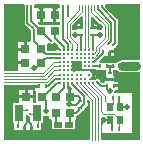
<source format=gtl>
G04*
G04 #@! TF.GenerationSoftware,Altium Limited,Altium Designer,19.0.15 (446)*
G04*
G04 Layer_Physical_Order=1*
G04 Layer_Color=255*
%FSLAX24Y24*%
%MOIN*%
G70*
G01*
G75*
%ADD10C,0.0079*%
%ADD11C,0.0049*%
%ADD13R,0.0217X0.0256*%
%ADD14C,0.0079*%
%ADD15R,0.0295X0.0315*%
%ADD16R,0.0106X0.0118*%
%ADD17R,0.0295X0.0551*%
%ADD18R,0.0256X0.0197*%
%ADD19R,0.0315X0.0295*%
%ADD20R,0.0118X0.0106*%
%ADD30C,0.0090*%
%ADD31C,0.0080*%
%ADD32C,0.0300*%
%ADD33R,0.0354X0.0354*%
%ADD34R,0.0315X0.0300*%
%ADD35C,0.0197*%
%ADD36C,0.0098*%
G36*
X-473Y1977D02*
Y1870D01*
X-600D01*
Y1644D01*
Y1417D01*
X-473D01*
Y1319D01*
X-866D01*
X-866Y1319D01*
X-896D01*
Y1319D01*
X-916Y1319D01*
X-1179D01*
X-1231Y1371D01*
X-1212Y1417D01*
X-1162D01*
Y1644D01*
Y1870D01*
X-1338D01*
Y1978D01*
X-1293Y2007D01*
X-518D01*
X-473Y1977D01*
D02*
G37*
G36*
X280Y1587D02*
Y1346D01*
X277D01*
Y1214D01*
X227D01*
Y1164D01*
X81D01*
X80Y1164D01*
X40Y1139D01*
X35Y1140D01*
X10Y1142D01*
X-15Y1140D01*
X-28Y1137D01*
X-57Y1152D01*
X-78Y1172D01*
Y1294D01*
X234Y1606D01*
X280Y1587D01*
D02*
G37*
G36*
X935Y1265D02*
Y1172D01*
X914Y1152D01*
X885Y1137D01*
X871Y1140D01*
X846Y1142D01*
X822Y1140D01*
X798Y1134D01*
X788Y1131D01*
X752Y1147D01*
X738Y1161D01*
Y1164D01*
X600D01*
Y1214D01*
X550D01*
Y1346D01*
X547D01*
Y1588D01*
X593Y1607D01*
X935Y1265D01*
D02*
G37*
G36*
X-638Y739D02*
X-539Y641D01*
X-538Y620D01*
X-540Y613D01*
X-442Y515D01*
Y482D01*
X-461Y463D01*
X-621D01*
X-637Y447D01*
X-646Y443D01*
X-906D01*
Y682D01*
X-887Y695D01*
X-856Y703D01*
X-851Y700D01*
X-837Y691D01*
X-821Y684D01*
X-804Y680D01*
X-787Y679D01*
X-770Y680D01*
X-754Y684D01*
X-738Y691D01*
X-724Y700D01*
X-711Y711D01*
X-700Y724D01*
X-697Y728D01*
X-661Y739D01*
X-638Y739D01*
X-638Y739D01*
D02*
G37*
G36*
X2184Y131D02*
X2037D01*
X2037Y131D01*
X1588D01*
X1562Y129D01*
X1536Y124D01*
X1511Y116D01*
X1488Y104D01*
X1466Y90D01*
X1446Y72D01*
X1434Y58D01*
X1388Y49D01*
X1388Y49D01*
X1163D01*
Y49D01*
X853D01*
X834Y95D01*
X1008Y269D01*
X1053Y281D01*
X1053Y281D01*
X1135D01*
Y418D01*
X1185D01*
Y468D01*
X1317D01*
Y526D01*
X1318Y527D01*
X1334Y533D01*
X1348Y542D01*
X1361Y553D01*
X1372Y566D01*
X1381Y581D01*
X1386Y591D01*
X1428Y634D01*
X1428Y634D01*
X1441Y649D01*
X1450Y666D01*
X1455Y684D01*
X1457Y704D01*
X1457Y704D01*
Y1440D01*
X1457Y1440D01*
X1455Y1460D01*
X1450Y1478D01*
X1441Y1495D01*
X1428Y1510D01*
X1428Y1510D01*
X1014Y1924D01*
X1015Y1982D01*
X1037Y2004D01*
X1045Y2007D01*
X2184D01*
Y131D01*
D02*
G37*
G36*
X-1664Y1978D02*
Y1384D01*
X-1664Y1384D01*
X-1662Y1365D01*
X-1656Y1346D01*
X-1647Y1329D01*
X-1635Y1314D01*
X-1457Y1136D01*
Y763D01*
X-1457Y763D01*
X-1501Y744D01*
X-1505Y743D01*
X-1594D01*
Y507D01*
X-1644D01*
Y457D01*
X-1870D01*
Y271D01*
Y94D01*
X-1644D01*
Y-6D01*
X-1870D01*
Y-192D01*
X-1908Y-221D01*
X-2343D01*
X-2361Y-173D01*
Y2007D01*
X-1709D01*
X-1664Y1978D01*
D02*
G37*
G36*
X565Y-151D02*
X582Y-160D01*
X601Y-166D01*
X620Y-168D01*
X620Y-168D01*
X733D01*
Y-187D01*
X1055D01*
Y-379D01*
X1035D01*
Y-461D01*
X1310D01*
Y-379D01*
X1291D01*
Y-187D01*
X1388D01*
Y-187D01*
X1434Y-196D01*
X1446Y-210D01*
X1466Y-227D01*
X1488Y-242D01*
X1511Y-253D01*
X1536Y-262D01*
X1562Y-267D01*
X1588Y-268D01*
X2037D01*
X2037Y-268D01*
X2184D01*
Y-2538D01*
X930D01*
X881Y-2520D01*
Y-1794D01*
X885Y-1788D01*
X931Y-1768D01*
X937Y-1773D01*
X935Y-2303D01*
X1919D01*
Y-965D01*
X1370D01*
X1351Y-950D01*
X1328Y-915D01*
X1329Y-905D01*
X1368Y-859D01*
X1445D01*
Y-771D01*
X1313D01*
Y-671D01*
X1445D01*
Y-584D01*
X1310D01*
Y-561D01*
X1035D01*
Y-603D01*
X977D01*
Y-622D01*
X922D01*
X861Y-561D01*
X857Y-551D01*
X848Y-536D01*
X837Y-523D01*
X824Y-512D01*
X809Y-503D01*
X794Y-497D01*
X777Y-493D01*
X760Y-491D01*
X743Y-493D01*
X726Y-497D01*
X711Y-503D01*
X696Y-512D01*
X683Y-523D01*
X672Y-536D01*
X672Y-536D01*
X658Y-529D01*
X639Y-523D01*
X620Y-521D01*
X601Y-523D01*
X582Y-529D01*
X565Y-538D01*
X551Y-549D01*
X537Y-538D01*
X520Y-529D01*
X503Y-523D01*
X488Y-497D01*
X486Y-487D01*
X510Y-451D01*
X516Y-449D01*
X532Y-443D01*
X544Y-435D01*
X550Y-440D01*
X566Y-450D01*
X570Y-452D01*
Y-410D01*
X570Y-410D01*
X579Y-395D01*
X586Y-379D01*
X590Y-363D01*
X591Y-346D01*
X591Y-344D01*
X590Y-329D01*
X586Y-312D01*
X579Y-297D01*
X570Y-282D01*
X570Y-282D01*
Y-237D01*
X566Y-239D01*
X550Y-249D01*
X549Y-250D01*
X510Y-238D01*
X503Y-221D01*
X499Y-207D01*
X502Y-196D01*
X513Y-173D01*
X516Y-172D01*
X532Y-166D01*
X546Y-157D01*
X559Y-146D01*
X565Y-151D01*
D02*
G37*
G36*
X168Y-1048D02*
X149Y-1094D01*
X79D01*
Y-1025D01*
X125Y-1006D01*
X168Y-1048D01*
D02*
G37*
G36*
X-1317Y-688D02*
X-1185D01*
Y-788D01*
X-1317D01*
Y-876D01*
X-1289D01*
Y-1299D01*
X-1338Y-1303D01*
X-1388D01*
Y-1133D01*
X-1841D01*
Y-1303D01*
X-2040D01*
Y-1972D01*
X-1999D01*
Y-2179D01*
X-1794D01*
Y-2199D01*
X-1712D01*
Y-2061D01*
X-1612D01*
Y-2199D01*
X-1576D01*
Y-2199D01*
X-1494D01*
Y-2061D01*
X-1394D01*
Y-2199D01*
X-1312D01*
Y-2179D01*
X-1107D01*
Y-1972D01*
X-1056D01*
Y-1746D01*
X-1050Y-1738D01*
X-1006Y-1714D01*
X-1004Y-1715D01*
X-979Y-1721D01*
X-955Y-1723D01*
X-930Y-1721D01*
X-906Y-1715D01*
X-883Y-1706D01*
X-837Y-1736D01*
Y-1821D01*
X-774D01*
X-738Y-1854D01*
Y-2169D01*
X10D01*
Y-1854D01*
X46Y-1821D01*
X59D01*
Y-1713D01*
X59Y-1713D01*
X78Y-1711D01*
X97Y-1706D01*
X114Y-1696D01*
X129Y-1684D01*
X250Y-1563D01*
X305D01*
Y-1508D01*
X373Y-1440D01*
X384Y-1435D01*
X398Y-1426D01*
X411Y-1415D01*
X423Y-1402D01*
X431Y-1388D01*
X438Y-1372D01*
X442Y-1356D01*
X443Y-1339D01*
X442Y-1322D01*
X438Y-1305D01*
X434Y-1294D01*
Y-1198D01*
X480Y-1179D01*
X516Y-1216D01*
Y-2520D01*
X468Y-2538D01*
X-2361D01*
Y-733D01*
X-2343Y-684D01*
X-1317D01*
Y-688D01*
D02*
G37*
G36*
X-152Y-726D02*
X-151Y-727D01*
X-139Y-742D01*
X-71Y-810D01*
X-90Y-856D01*
X-107D01*
Y-1083D01*
Y-1309D01*
X47D01*
X49Y-1357D01*
X49Y-1358D01*
X45Y-1407D01*
X-229D01*
Y-1309D01*
X-207D01*
Y-1083D01*
Y-854D01*
X-218Y-847D01*
X-246Y-808D01*
X-246Y-808D01*
Y-784D01*
X-242Y-774D01*
X-207Y-739D01*
X-188Y-737D01*
X-170Y-733D01*
X-153Y-726D01*
X-152Y-726D01*
D02*
G37*
G36*
X-1573Y-1693D02*
X-1564Y-1708D01*
X-1553Y-1720D01*
X-1540Y-1732D01*
X-1526Y-1740D01*
X-1510Y-1747D01*
X-1493Y-1751D01*
X-1476Y-1752D01*
X-1469Y-1759D01*
Y-1923D01*
X-1530D01*
Y-1923D01*
X-1627D01*
Y-1691D01*
X-1580Y-1677D01*
X-1573Y-1693D01*
D02*
G37*
%LPC*%
G36*
X-700Y1870D02*
X-1062D01*
Y1644D01*
Y1417D01*
X-700D01*
Y1644D01*
Y1870D01*
D02*
G37*
G36*
X177Y1346D02*
X90D01*
Y1264D01*
X177D01*
Y1346D01*
D02*
G37*
G36*
X738D02*
X650D01*
Y1264D01*
X738D01*
Y1346D01*
D02*
G37*
G36*
X1317Y368D02*
X1235D01*
Y281D01*
X1317D01*
Y368D01*
D02*
G37*
G36*
X-1694Y743D02*
X-1870D01*
Y557D01*
X-1694D01*
Y743D01*
D02*
G37*
G36*
X727Y-394D02*
X670D01*
Y-452D01*
X674Y-450D01*
X690Y-440D01*
X704Y-428D01*
X716Y-414D01*
X726Y-398D01*
X727Y-394D01*
D02*
G37*
G36*
X-1388Y-846D02*
X-1564D01*
Y-1033D01*
X-1388D01*
Y-846D01*
D02*
G37*
G36*
X-1664D02*
X-1841D01*
Y-1033D01*
X-1664D01*
Y-846D01*
D02*
G37*
%LPD*%
D10*
X-1348Y-127D02*
X-1325Y-104D01*
X-1261D01*
X-1230Y-74D01*
X-1220D01*
X-1112Y34D01*
Y44D01*
X1752Y-1419D02*
X1761D01*
X1762Y-1417D01*
X1500Y-1382D02*
Y-1112D01*
Y-1382D02*
X1535Y-1417D01*
X1762D01*
X1257Y-2165D02*
Y-1870D01*
X974Y-1870D02*
X974Y-1870D01*
X1201D01*
X1257D01*
X-10Y-1348D02*
X52D01*
X174Y-1226D01*
X187D01*
X-1388Y-807D02*
Y-768D01*
X-1358Y-738D01*
X-1185D01*
X187Y-1226D02*
Y-1132D01*
X118Y-1063D02*
X187Y-1132D01*
X-138Y-1063D02*
X118D01*
X-157Y-1083D02*
X-138Y-1063D01*
X-207Y-758D02*
X-148Y-817D01*
X-207Y-758D02*
Y-620D01*
X-955Y-1565D02*
Y-1211D01*
X-1083Y-1083D02*
X-955Y-1211D01*
X902Y1897D02*
Y1969D01*
X1284Y630D02*
X1358Y704D01*
Y1440D01*
X902Y1897D02*
X1358Y1440D01*
X774Y1844D02*
Y1969D01*
X1134Y674D02*
X1230Y771D01*
Y1387D01*
X774Y1844D02*
X1230Y1387D01*
X667Y69D02*
X960Y362D01*
Y418D01*
X-640Y-482D02*
X-482D01*
X-896Y-738D02*
X-640Y-482D01*
X-961Y-738D02*
X-896D01*
X-588Y-620D02*
X-482D01*
X-1050Y-1083D02*
X-588Y-620D01*
X-1083Y-1083D02*
X-1050D01*
X335Y-1339D02*
Y-1075D01*
X-69Y-672D02*
X335Y-1075D01*
X59Y-1614D02*
X335Y-1339D01*
X-69Y-672D02*
Y-620D01*
X881Y-721D02*
X1089D01*
X760Y-600D02*
X881Y-721D01*
X-161Y-1996D02*
Y-1594D01*
X-157Y-1614D02*
X59D01*
X620Y69D02*
X667D01*
X207Y970D02*
X226Y990D01*
X16D02*
X226D01*
X-177Y-2012D02*
X-161Y-1996D01*
X-610Y-1953D02*
X-551Y-2012D01*
X-610Y-1953D02*
Y-1599D01*
X-612Y-1597D02*
X-610Y-1599D01*
X-344Y-808D02*
Y-620D01*
X-612Y-1066D02*
X-602D01*
X-344Y-808D01*
X-1358Y763D02*
X-1112Y517D01*
X-1565Y1384D02*
X-1358Y1177D01*
Y763D02*
Y1177D01*
X-1112Y507D02*
Y517D01*
X-950Y207D02*
X-482D01*
X-950Y344D02*
X-482D01*
X-994Y389D02*
X-950Y344D01*
X-1004Y389D02*
X-994D01*
X-1112Y497D02*
X-1004Y389D01*
X-1112Y497D02*
Y507D01*
X-994Y162D02*
X-950Y207D01*
X-1004Y162D02*
X-994D01*
X-1112Y54D02*
X-1004Y162D01*
X-482Y207D02*
X-482D01*
X344Y-207D02*
X517D01*
X1089Y-823D02*
Y-721D01*
Y-823D02*
X1171Y-905D01*
X700Y1382D02*
X817Y1265D01*
X-1565Y1384D02*
Y1978D01*
X-1437Y1437D02*
X-1112Y1112D01*
X-1437Y1437D02*
Y1978D01*
X-728Y-1184D02*
Y-1150D01*
X-1549Y-1901D02*
X-1548Y-1901D01*
X-1662Y-2015D02*
X-1549Y-1901D01*
X-1662Y-2061D02*
Y-2015D01*
X-1548Y-1901D02*
X-1444Y-2005D01*
Y-2061D02*
Y-2005D01*
X518Y-208D02*
X539D01*
X620Y-289D01*
Y-344D02*
Y-289D01*
Y-69D02*
X845D01*
X1132Y-511D02*
X1173D01*
X924Y-303D02*
X1132Y-511D01*
X207Y-207D02*
X344D01*
X517D02*
X518Y-208D01*
X600Y990D02*
X811D01*
X600D02*
X620Y970D01*
Y482D02*
Y970D01*
X207Y482D02*
Y970D01*
X10Y984D02*
X16Y990D01*
X-344Y482D02*
Y586D01*
X-650Y891D02*
X-344Y586D01*
X-650Y891D02*
Y1112D01*
X-207Y1604D02*
Y1977D01*
Y482D02*
Y658D01*
X-374Y825D02*
X-207Y658D01*
X-374Y825D02*
Y1977D01*
X11Y1228D02*
X214D01*
X227Y1214D01*
X614Y1228D02*
X817D01*
X600Y1214D02*
X614Y1228D01*
X-1112Y1112D02*
X-787Y787D01*
X11Y1228D02*
Y1265D01*
X128Y1382D01*
D11*
X1201Y-1417D02*
Y-1398D01*
X1024Y-1220D02*
X1201Y-1398D01*
X1024Y-1220D02*
Y-1048D01*
X620Y-644D02*
X1024Y-1048D01*
X1276Y-1323D02*
Y-1101D01*
X1201Y-1398D02*
X1276Y-1323D01*
X1482Y-2165D02*
Y-1811D01*
X1201Y-1417D02*
Y-1398D01*
X733Y587D02*
X1019Y872D01*
Y1300D01*
X562Y1756D02*
X1019Y1300D01*
X660Y1797D02*
Y1988D01*
X832Y546D02*
X1117Y831D01*
Y1340D01*
X660Y1797D02*
X1117Y1340D01*
X562Y1756D02*
Y1988D01*
X733Y434D02*
Y587D01*
X832Y393D02*
Y546D01*
X645Y207D02*
X832Y393D01*
X644Y344D02*
X733Y434D01*
X69Y-650D02*
X600Y-1181D01*
X207Y-648D02*
X699Y-1140D01*
X207Y-648D02*
Y-620D01*
X699Y-2520D02*
Y-1140D01*
X600Y-2520D02*
Y-1181D01*
X344Y-647D02*
X797Y-1100D01*
X344Y-647D02*
Y-620D01*
X482Y-645D02*
X896Y-1059D01*
X482Y-645D02*
Y-620D01*
X896Y-1575D02*
Y-1059D01*
X797Y-2520D02*
Y-1100D01*
X69Y-650D02*
Y-620D01*
X-261Y1370D02*
X167Y1798D01*
Y1988D01*
X-162Y1329D02*
X266Y1757D01*
Y1988D01*
X463Y566D02*
Y1988D01*
Y566D02*
X482Y546D01*
Y482D02*
Y546D01*
X364Y566D02*
Y1988D01*
X344Y546D02*
X364Y566D01*
X344Y482D02*
Y546D01*
X896Y-1575D02*
X966Y-1645D01*
X-1476Y-1644D02*
X-1269D01*
X-1263Y-1638D01*
X966Y-1645D02*
X1317D01*
X1482Y-1811D01*
X-922Y-600D02*
X-666Y-344D01*
X-2343Y-600D02*
X-922D01*
X-962Y-502D02*
X-667Y-207D01*
X-2343Y-502D02*
X-962D01*
X-1003Y-404D02*
X-669Y-69D01*
X-2343Y-404D02*
X-1003D01*
X-1044Y-305D02*
X-670Y69D01*
X-2343Y-305D02*
X-1044D01*
X620Y-644D02*
Y-620D01*
X-666Y-344D02*
X-482D01*
X-667Y-207D02*
X-482D01*
X-669Y-69D02*
X-482D01*
X-670Y69D02*
X-482D01*
X-1593Y-1535D02*
X-1568Y-1510D01*
X69Y482D02*
Y682D01*
X-162Y913D02*
X69Y682D01*
X-162Y913D02*
Y1329D01*
X-69Y482D02*
Y680D01*
X-261Y872D02*
X-69Y680D01*
X-261Y872D02*
Y1370D01*
X620Y344D02*
X644D01*
X-1731Y-1535D02*
X-1593D01*
X-1824Y-1628D02*
X-1731Y-1535D01*
X-1887Y-1691D02*
X-1834Y-1638D01*
X-1887Y-2061D02*
Y-1691D01*
X-1263Y-1638D02*
X-1219Y-1681D01*
Y-2061D02*
Y-1681D01*
X620Y207D02*
X645D01*
D13*
X1535Y-1417D02*
D03*
X1201Y-1417D02*
D03*
Y-1870D02*
D03*
X1535Y-1870D02*
D03*
D14*
X344Y344D02*
D03*
X620Y-344D02*
D03*
X482D02*
D03*
X620Y-620D02*
D03*
X-482Y482D02*
D03*
X-344D02*
D03*
X-207D02*
D03*
X-69D02*
D03*
X69D02*
D03*
X207D02*
D03*
X344D02*
D03*
X482D02*
D03*
X620D02*
D03*
X-482Y344D02*
D03*
X-344D02*
D03*
X-207D02*
D03*
X-69D02*
D03*
X69D02*
D03*
X207D02*
D03*
X482D02*
D03*
X620D02*
D03*
X-482Y207D02*
D03*
X-344D02*
D03*
X-69D02*
D03*
X69D02*
D03*
X207D02*
D03*
X344D02*
D03*
X482D02*
D03*
X620D02*
D03*
X-482Y69D02*
D03*
X-344D02*
D03*
X-207D02*
D03*
X-69D02*
D03*
X69D02*
D03*
X207D02*
D03*
X344D02*
D03*
X482D02*
D03*
X620D02*
D03*
X-482Y-69D02*
D03*
X-344D02*
D03*
X-207D02*
D03*
X-69D02*
D03*
X69D02*
D03*
X207D02*
D03*
X344D02*
D03*
X482D02*
D03*
X620D02*
D03*
X-482Y-207D02*
D03*
X-344D02*
D03*
X-207D02*
D03*
X-69D02*
D03*
X69D02*
D03*
X207D02*
D03*
X344D02*
D03*
X-482Y-344D02*
D03*
X-344D02*
D03*
X-207D02*
D03*
X-69D02*
D03*
X69D02*
D03*
X207D02*
D03*
X-482Y-482D02*
D03*
X-344D02*
D03*
X-207D02*
D03*
X-69D02*
D03*
X69D02*
D03*
X207D02*
D03*
X344D02*
D03*
X-482Y-620D02*
D03*
X-344D02*
D03*
X-207D02*
D03*
X-69D02*
D03*
X69D02*
D03*
X207D02*
D03*
X344D02*
D03*
X482D02*
D03*
D15*
X-1083Y-1083D02*
D03*
X-1614D02*
D03*
X-1112Y507D02*
D03*
X-1644D02*
D03*
X-1112Y44D02*
D03*
X-1644D02*
D03*
D16*
X1482Y-2165D02*
D03*
X1257D02*
D03*
X1276Y-1112D02*
D03*
X1500D02*
D03*
X1089Y-721D02*
D03*
X1313D02*
D03*
X1275Y-69D02*
D03*
X1500D02*
D03*
X845Y-69D02*
D03*
X1070D02*
D03*
X-1444Y-2061D02*
D03*
X-1219D02*
D03*
X-1662Y-2061D02*
D03*
X-1887Y-2061D02*
D03*
X1185Y418D02*
D03*
X960D02*
D03*
X-1185Y-738D02*
D03*
X-961D02*
D03*
D17*
X-1834Y-1638D02*
D03*
X-1263D02*
D03*
D18*
X-177Y-2012D02*
D03*
X-551D02*
D03*
D19*
X-620Y-1083D02*
D03*
Y-1614D02*
D03*
X-1112Y1112D02*
D03*
Y1644D02*
D03*
X-650Y1112D02*
D03*
Y1644D02*
D03*
X-157Y-1083D02*
D03*
Y-1614D02*
D03*
D20*
X187Y-1226D02*
D03*
Y-1451D02*
D03*
X600Y1214D02*
D03*
Y990D02*
D03*
X227Y1214D02*
D03*
Y990D02*
D03*
X1173Y-287D02*
D03*
Y-511D02*
D03*
D30*
X1072Y-69D02*
X1178D01*
X1275D01*
X1280D01*
D31*
X1173Y-74D02*
X1178Y-69D01*
X1173Y-287D02*
Y-74D01*
D32*
X1588Y-69D02*
X2037D01*
D33*
X69Y-69D02*
D03*
D34*
X2030Y-69D02*
D03*
D35*
X-1969Y54D02*
D03*
Y517D02*
D03*
X1752Y-1419D02*
D03*
X974Y-1870D02*
D03*
X1004Y-2421D02*
D03*
X2067Y-1093D02*
D03*
X394Y-1624D02*
D03*
X-974Y-2057D02*
D03*
X-364Y-2421D02*
D03*
X-955Y-1565D02*
D03*
X157Y20D02*
D03*
X-167Y-1319D02*
D03*
X-20Y-157D02*
D03*
X157Y-2096D02*
D03*
X-974Y-2421D02*
D03*
X1535Y-709D02*
D03*
X1171Y-905D02*
D03*
X2067Y797D02*
D03*
X1427Y453D02*
D03*
X1575Y1299D02*
D03*
X2067Y1890D02*
D03*
X1220Y1890D02*
D03*
X394Y-2411D02*
D03*
X-817Y600D02*
D03*
X1722Y-389D02*
D03*
X2067Y249D02*
D03*
X2047Y-389D02*
D03*
X1722Y249D02*
D03*
X1148Y190D02*
D03*
X924Y-303D02*
D03*
X1440Y-380D02*
D03*
X-1348Y-127D02*
D03*
X846Y984D02*
D03*
X10D02*
D03*
X10Y1228D02*
D03*
X846D02*
D03*
X-2244Y-98D02*
D03*
Y778D02*
D03*
X-1949Y-1181D02*
D03*
X-1112Y1890D02*
D03*
X-650D02*
D03*
X2067Y1299D02*
D03*
X-1783Y1890D02*
D03*
X-1585Y1083D02*
D03*
X-2244Y1368D02*
D03*
Y1890D02*
D03*
X-2234Y-2421D02*
D03*
X2067D02*
D03*
D36*
X344Y-69D02*
D03*
Y69D02*
D03*
Y207D02*
D03*
X207Y207D02*
D03*
X69Y207D02*
D03*
X1134Y674D02*
D03*
X1284Y630D02*
D03*
X-1368Y-827D02*
D03*
X335Y-1339D02*
D03*
X-69Y-344D02*
D03*
X69D02*
D03*
X-207D02*
D03*
X207Y-344D02*
D03*
X-207Y-207D02*
D03*
Y-69D02*
D03*
Y69D02*
D03*
X-69Y207D02*
D03*
X-1548Y-1770D02*
D03*
X118Y-1063D02*
D03*
X-1476Y-1644D02*
D03*
X-344Y-207D02*
D03*
Y-69D02*
D03*
Y69D02*
D03*
Y207D02*
D03*
X344Y344D02*
D03*
X-482Y482D02*
D03*
X760Y-600D02*
D03*
X482Y-346D02*
D03*
X344Y-482D02*
D03*
X-344D02*
D03*
X-207D02*
D03*
X-69D02*
D03*
X69D02*
D03*
X207D02*
D03*
X482Y-69D02*
D03*
Y69D02*
D03*
Y207D02*
D03*
Y344D02*
D03*
X-344D02*
D03*
X-69D02*
D03*
X69D02*
D03*
X207D02*
D03*
X-344Y-344D02*
D03*
X-207Y344D02*
D03*
X-1568Y-1510D02*
D03*
X-207Y1604D02*
D03*
X-787Y787D02*
D03*
M02*

</source>
